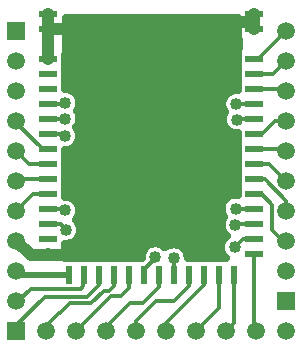
<source format=gbr>
G04 DipTrace 3.1.0.1*
G04 Top.gbr*
%MOIN*%
G04 #@! TF.FileFunction,Copper,L1,Top*
G04 #@! TF.Part,Single*
G04 #@! TA.AperFunction,Conductor*
%ADD13C,0.03937*%
%ADD14C,0.019685*%
%ADD15C,0.012992*%
G04 #@! TA.AperFunction,CopperBalancing*
%ADD16C,0.025*%
%ADD18R,0.021654X0.059055*%
%ADD19R,0.059055X0.021654*%
G04 #@! TA.AperFunction,ComponentPad*
%ADD20R,0.059055X0.059055*%
%ADD21C,0.059055*%
G04 #@! TA.AperFunction,ViaPad*
%ADD29C,0.04*%
%FSLAX26Y26*%
G04*
G70*
G90*
G75*
G01*
G04 Top*
%LPD*%
X1238189Y1450984D2*
D13*
Y1478266D1*
Y1500984D1*
X1103937Y1474016D2*
X1157874D1*
X1233938D1*
X1238189Y1478266D1*
X549213Y1450984D2*
X629528D1*
Y1451969D1*
X680709D1*
X549213Y1350984D2*
Y1450984D1*
Y1500984D2*
Y1450984D1*
Y700984D2*
Y696850D1*
X492520D1*
X443701Y745669D1*
X611024Y696850D2*
X549213D1*
X1238189Y1350984D2*
D15*
X1249016D1*
X1343701Y1445669D1*
X1238189Y1300984D2*
X1299016D1*
X1343701Y1345669D1*
X1238189Y1250984D2*
X1338386D1*
X1343701Y1245669D1*
X1238189Y1100984D2*
X1263583D1*
X1308268Y1145669D1*
X1343701D1*
X1238189Y1050984D2*
X1338386D1*
X1343701Y1045669D1*
X1238189Y1000984D2*
X1288386D1*
X1343701Y945669D1*
X1238189Y950984D2*
X1272244D1*
X1343701Y879528D1*
Y845669D1*
X1238189Y900984D2*
X1263583D1*
X1298425Y866142D1*
Y780315D1*
X1341339Y737402D1*
Y745669D1*
X1343701D1*
X1238189Y850984D2*
X1176969D1*
X1175197Y852756D1*
X1238189Y800984D2*
X1177362D1*
X1174803Y798425D1*
X1238189Y750984D2*
X1200197D1*
X1172835Y723622D1*
X1238189Y700984D2*
Y451181D1*
X1243701Y445669D1*
X1168701Y632283D2*
Y470669D1*
X1143701Y445669D1*
X1118701Y632283D2*
Y520669D1*
X1043701Y445669D1*
X1068701Y632283D2*
Y598228D1*
X943701Y473228D1*
Y445669D1*
X549213Y1200984D2*
X604528D1*
X608268Y1204724D1*
X549213Y1150984D2*
X606496D1*
X608268Y1152756D1*
X549213Y800984D2*
X593110D1*
X611811Y782283D1*
X549213Y1050984D2*
X532480D1*
X437795Y1145669D1*
X443701D1*
X549213Y1000984D2*
X488386D1*
X443701Y1045669D1*
X549213Y950984D2*
X449016D1*
X443701Y945669D1*
X549213Y900984D2*
X499016D1*
X443701Y845669D1*
X618701Y632283D2*
D14*
X457087D1*
X443701Y645669D1*
Y545669D2*
D15*
Y537402D1*
X492913Y586614D1*
X658661D1*
X666535Y594488D1*
Y632283D1*
X668701D1*
X718701D2*
Y597835D1*
X680709Y559843D1*
X539370D1*
X443701Y464173D1*
Y445669D1*
X543701D2*
Y460236D1*
X587795Y504331D1*
X589764D1*
X624803Y539370D1*
X694882D1*
X735433Y579921D1*
X755118D1*
X768701Y593504D1*
Y632283D1*
X643701Y445669D2*
Y444882D1*
X759449Y560630D1*
X792126D1*
X818701Y587205D1*
Y632283D1*
X743701Y445669D2*
Y459843D1*
X822047Y538189D1*
X866142D1*
X918701Y590748D1*
Y632283D1*
X843701Y445669D2*
Y478740D1*
X909449Y544488D1*
X968898D1*
X1018701Y594291D1*
Y632283D1*
X908268Y690945D2*
Y687402D1*
X868701Y647835D1*
Y632283D1*
X968701D2*
Y686811D1*
X969685Y687795D1*
X1238189Y1200984D2*
X1177165Y1201575D1*
X1238189Y1150984D2*
X1179724D1*
X1178740Y1150000D1*
X549213Y850984D2*
X604134D1*
X608268Y846850D1*
X549213Y1100984D2*
X602165D1*
X608268Y1094882D1*
D29*
X1175197Y852756D3*
X1174803Y798425D3*
X1172835Y723622D3*
X608268Y1094882D3*
Y1152756D3*
Y1204724D3*
X908268Y690945D3*
X969685Y687795D3*
X1178740Y1150000D3*
X1177165Y1201575D3*
X680709Y1451969D3*
X629528D3*
X1103937Y1474016D3*
X1157874D3*
X608268Y846850D3*
X611811Y782283D3*
X841339Y709055D3*
X610945Y1464993D2*
D16*
X1179661D1*
X610873Y1440125D2*
X1179661D1*
X610765Y1415256D2*
X1179661D1*
X610693Y1390387D2*
X1182676D1*
X610622Y1365518D2*
X1179661D1*
X610514Y1340650D2*
X1179661D1*
X610442Y1315781D2*
X1179661D1*
X610370Y1290912D2*
X1179661D1*
X610262Y1266043D2*
X1179661D1*
X639615Y1241175D2*
X1150307D1*
X655799Y1216306D2*
X1130571D1*
X655333Y1191437D2*
X1129280D1*
X655154Y1166568D2*
X1132797D1*
X655944Y1141699D2*
X1130500D1*
X651745Y1116831D2*
X1143669D1*
X657164Y1091962D2*
X1179661D1*
X648049Y1067093D2*
X1179661D1*
X609545Y1042224D2*
X1179661D1*
X609437Y1017356D2*
X1179661D1*
X609366Y992487D2*
X1179661D1*
X609294Y967618D2*
X1179661D1*
X609186Y942749D2*
X1179661D1*
X609114Y917881D2*
X1179661D1*
X616291Y893012D2*
X1149446D1*
X652104Y868143D2*
X1128814D1*
X657127Y843274D2*
X1127198D1*
X647546Y818406D2*
X1130320D1*
X659424Y793537D2*
X1126085D1*
X658778Y768668D2*
X1136564D1*
X640406Y743799D2*
X1128454D1*
X608433Y718930D2*
X868652D1*
X1006711D2*
X1124076D1*
X608361Y694062D2*
X859395D1*
X1018266D2*
X1134448D1*
X840568Y688303D2*
X861848D1*
X861919Y694593D1*
X863060Y701798D1*
X865315Y708736D1*
X868627Y715238D1*
X872915Y721139D1*
X878073Y726298D1*
X883975Y730585D1*
X890476Y733898D1*
X897415Y736152D1*
X904619Y737294D1*
X911916D1*
X919121Y736152D1*
X926059Y733898D1*
X932560Y730585D1*
X938462Y726298D1*
X940755Y724178D1*
X945392Y727436D1*
X951894Y730748D1*
X958832Y733003D1*
X966037Y734144D1*
X973333D1*
X980538Y733003D1*
X987476Y730748D1*
X993978Y727436D1*
X999879Y723148D1*
X1005038Y717990D1*
X1009325Y712088D1*
X1012638Y705587D1*
X1014892Y698648D1*
X1016034Y691444D1*
X1016157Y688294D1*
X1142636Y688303D1*
X1137482Y693428D1*
X1133194Y699329D1*
X1129882Y705831D1*
X1127627Y712769D1*
X1126486Y719974D1*
Y727270D1*
X1127627Y734475D1*
X1129882Y741413D1*
X1133194Y747915D1*
X1137482Y753816D1*
X1142640Y758975D1*
X1146255Y761734D1*
X1141928Y765550D1*
X1137190Y771098D1*
X1133378Y777318D1*
X1130587Y784058D1*
X1128883Y791152D1*
X1128311Y798425D1*
X1128883Y805698D1*
X1130587Y812793D1*
X1133378Y819533D1*
X1137269Y825853D1*
X1133772Y831648D1*
X1130980Y838388D1*
X1129277Y845483D1*
X1128705Y852756D1*
X1129277Y860029D1*
X1130980Y867123D1*
X1133772Y873864D1*
X1137584Y880083D1*
X1142322Y885631D1*
X1147870Y890369D1*
X1154089Y894181D1*
X1160829Y896972D1*
X1167924Y898676D1*
X1175197Y899248D1*
X1182172Y898711D1*
X1182169Y1103605D1*
X1175092Y1103651D1*
X1167887Y1104793D1*
X1160949Y1107047D1*
X1154448Y1110360D1*
X1148546Y1114647D1*
X1143387Y1119806D1*
X1139100Y1125707D1*
X1135787Y1132209D1*
X1133533Y1139147D1*
X1132391Y1146352D1*
Y1153648D1*
X1133533Y1160853D1*
X1135787Y1167791D1*
X1139297Y1174588D1*
X1135740Y1180467D1*
X1132949Y1187207D1*
X1131245Y1194302D1*
X1130673Y1201575D1*
X1131245Y1208848D1*
X1132949Y1215942D1*
X1135740Y1222682D1*
X1139552Y1228902D1*
X1144290Y1234450D1*
X1149839Y1239188D1*
X1156058Y1243000D1*
X1162798Y1245791D1*
X1169892Y1247495D1*
X1177165Y1248067D1*
X1182159Y1247764D1*
X1182169Y1388303D1*
X1185219D1*
X1185180Y1413656D1*
X1182169Y1413665D1*
Y1489896D1*
X608528Y1489862D1*
X607726Y1251240D1*
X615541Y1250644D1*
X622635Y1248941D1*
X629375Y1246150D1*
X635594Y1242337D1*
X641143Y1237600D1*
X645881Y1232051D1*
X649693Y1225832D1*
X652484Y1219092D1*
X654188Y1211997D1*
X654760Y1204724D1*
X654188Y1197451D1*
X652484Y1190357D1*
X649693Y1183617D1*
X646791Y1178761D1*
X649693Y1173864D1*
X652484Y1167123D1*
X654188Y1160029D1*
X654760Y1152756D1*
X654188Y1145483D1*
X652484Y1138388D1*
X649693Y1131648D1*
X645881Y1125429D1*
X644636Y1123849D1*
X647908Y1119175D1*
X651220Y1112673D1*
X653475Y1105735D1*
X654617Y1098530D1*
Y1091234D1*
X653475Y1084029D1*
X651220Y1077091D1*
X647908Y1070589D1*
X643621Y1064688D1*
X638462Y1059529D1*
X632560Y1055241D1*
X626059Y1051929D1*
X619121Y1049675D1*
X611916Y1048533D1*
X607056Y1048437D1*
X606531Y893333D1*
X611916Y893199D1*
X619121Y892058D1*
X626059Y889803D1*
X632560Y886491D1*
X638462Y882203D1*
X643621Y877045D1*
X647908Y871143D1*
X651220Y864642D1*
X653475Y857703D1*
X654617Y850499D1*
Y843202D1*
X653475Y835997D1*
X651220Y829059D1*
X647908Y822558D1*
X643398Y816415D1*
X647164Y812478D1*
X651451Y806576D1*
X654764Y800075D1*
X657018Y793136D1*
X658160Y785932D1*
Y778635D1*
X657018Y771430D1*
X654764Y764492D1*
X651451Y757991D1*
X647164Y752089D1*
X642005Y746930D1*
X636104Y742643D1*
X629602Y739331D1*
X622664Y737076D1*
X615459Y735934D1*
X608163D1*
X605996Y736192D1*
X605849Y688795D1*
X758941Y688303D1*
X840568D1*
D18*
X918701Y632283D3*
X868701D3*
X968701D3*
X1018701D3*
X1068701D3*
X1118701D3*
X1168701D3*
X818701D3*
X768701D3*
X718701D3*
X668701D3*
X618701D3*
D19*
X549213Y700984D3*
X1238189D3*
Y750984D3*
Y800984D3*
Y850984D3*
Y900984D3*
Y950984D3*
Y1000984D3*
Y1050984D3*
Y1150984D3*
Y1200984D3*
Y1100984D3*
Y1250984D3*
Y1300984D3*
Y1350984D3*
X549213Y750984D3*
Y800984D3*
Y850984D3*
Y900984D3*
Y950984D3*
Y1000984D3*
Y1050984D3*
Y1150984D3*
Y1200984D3*
Y1100984D3*
Y1250984D3*
Y1300984D3*
Y1350984D3*
X1238189Y1450984D3*
Y1500984D3*
X549213Y1450984D3*
Y1500984D3*
D20*
X443701Y1445669D3*
D21*
Y1345669D3*
Y1245669D3*
Y1145669D3*
Y1045669D3*
Y945669D3*
Y845669D3*
Y745669D3*
Y645669D3*
Y545669D3*
D20*
Y445669D3*
D21*
X543701D3*
X643701D3*
X743701D3*
X843701D3*
X943701D3*
X1043701D3*
X1143701D3*
X1243701D3*
X1343701D3*
D20*
Y545669D3*
D21*
Y645669D3*
Y745669D3*
Y845669D3*
Y945669D3*
Y1045669D3*
Y1145669D3*
Y1245669D3*
Y1345669D3*
Y1445669D3*
M02*

</source>
